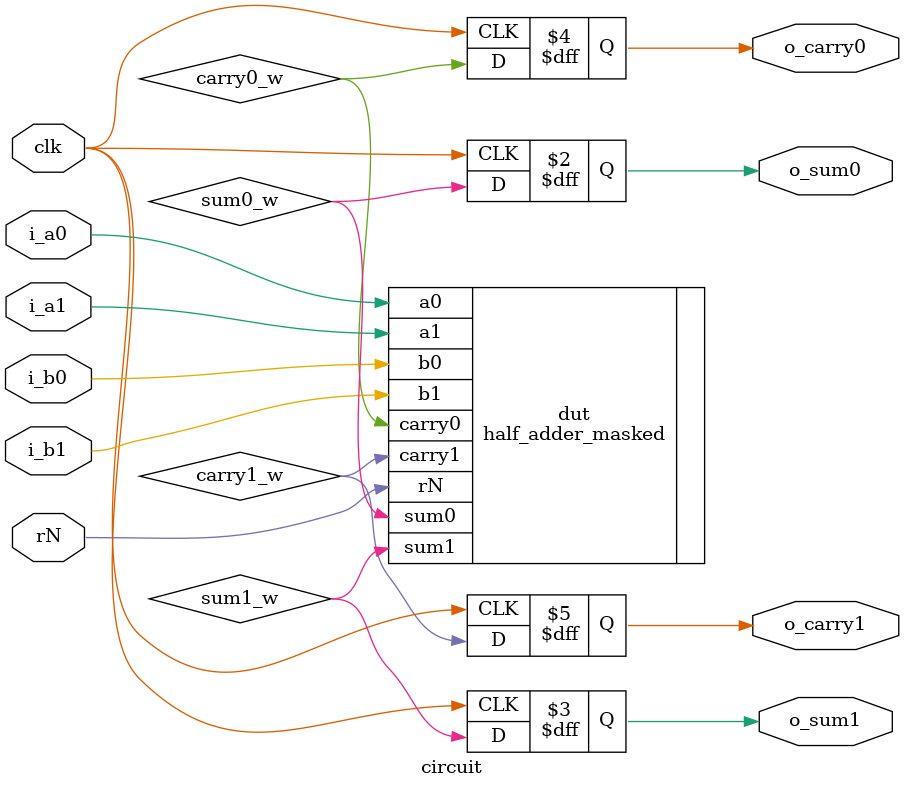
<source format=v>
module circuit (
    input  wire clk,

    input  wire i_a0,
    input  wire i_a1,
    input  wire i_b0,
    input  wire i_b1,
    input  wire rN,

    output reg  o_sum0,
    output reg  o_sum1,
    output reg  o_carry0,
    output reg  o_carry1
);

    wire sum0_w, sum1_w;
    wire carry0_w, carry1_w;

    half_adder_masked dut (
        .a0(i_a0),
        .a1(i_a1),
        .b0(i_b0),
        .b1(i_b1),
        .rN(rN),
        .sum0(sum0_w),
        .sum1(sum1_w),
        .carry0(carry0_w),
        .carry1(carry1_w)
    );

    // Register outputs (required for PROLEAD)
    always @(posedge clk) begin
        o_sum0   <= sum0_w;
        o_sum1   <= sum1_w;
        o_carry0 <= carry0_w;
        o_carry1 <= carry1_w;
    end

endmodule

</source>
